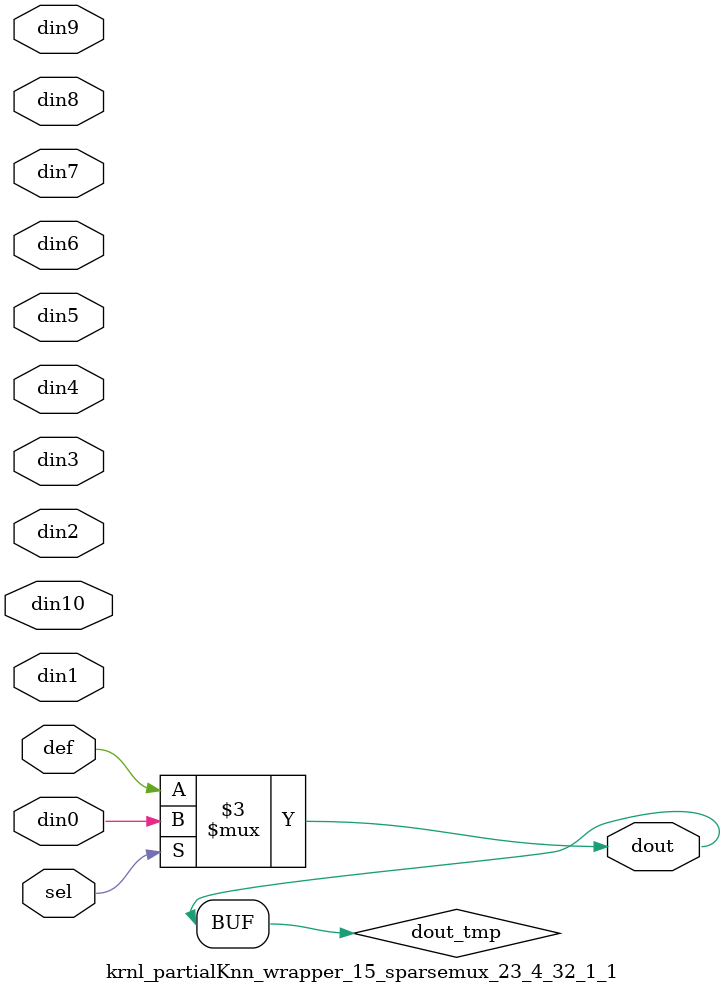
<source format=v>
`timescale 1ns / 1ps

module krnl_partialKnn_wrapper_15_sparsemux_23_4_32_1_1 (din0,din1,din2,din3,din4,din5,din6,din7,din8,din9,din10,def,sel,dout);

parameter din0_WIDTH = 1;

parameter din1_WIDTH = 1;

parameter din2_WIDTH = 1;

parameter din3_WIDTH = 1;

parameter din4_WIDTH = 1;

parameter din5_WIDTH = 1;

parameter din6_WIDTH = 1;

parameter din7_WIDTH = 1;

parameter din8_WIDTH = 1;

parameter din9_WIDTH = 1;

parameter din10_WIDTH = 1;

parameter def_WIDTH = 1;
parameter sel_WIDTH = 1;
parameter dout_WIDTH = 1;

parameter [sel_WIDTH-1:0] CASE0 = 1;

parameter [sel_WIDTH-1:0] CASE1 = 1;

parameter [sel_WIDTH-1:0] CASE2 = 1;

parameter [sel_WIDTH-1:0] CASE3 = 1;

parameter [sel_WIDTH-1:0] CASE4 = 1;

parameter [sel_WIDTH-1:0] CASE5 = 1;

parameter [sel_WIDTH-1:0] CASE6 = 1;

parameter [sel_WIDTH-1:0] CASE7 = 1;

parameter [sel_WIDTH-1:0] CASE8 = 1;

parameter [sel_WIDTH-1:0] CASE9 = 1;

parameter [sel_WIDTH-1:0] CASE10 = 1;

parameter ID = 1;
parameter NUM_STAGE = 1;



input [din0_WIDTH-1:0] din0;

input [din1_WIDTH-1:0] din1;

input [din2_WIDTH-1:0] din2;

input [din3_WIDTH-1:0] din3;

input [din4_WIDTH-1:0] din4;

input [din5_WIDTH-1:0] din5;

input [din6_WIDTH-1:0] din6;

input [din7_WIDTH-1:0] din7;

input [din8_WIDTH-1:0] din8;

input [din9_WIDTH-1:0] din9;

input [din10_WIDTH-1:0] din10;

input [def_WIDTH-1:0] def;
input [sel_WIDTH-1:0] sel;

output [dout_WIDTH-1:0] dout;



reg [dout_WIDTH-1:0] dout_tmp;

always @ (*) begin
case (sel)
    
    CASE0 : dout_tmp = din0;
    
    CASE1 : dout_tmp = din1;
    
    CASE2 : dout_tmp = din2;
    
    CASE3 : dout_tmp = din3;
    
    CASE4 : dout_tmp = din4;
    
    CASE5 : dout_tmp = din5;
    
    CASE6 : dout_tmp = din6;
    
    CASE7 : dout_tmp = din7;
    
    CASE8 : dout_tmp = din8;
    
    CASE9 : dout_tmp = din9;
    
    CASE10 : dout_tmp = din10;
    
    default : dout_tmp = def;
endcase
end


assign dout = dout_tmp;



endmodule

</source>
